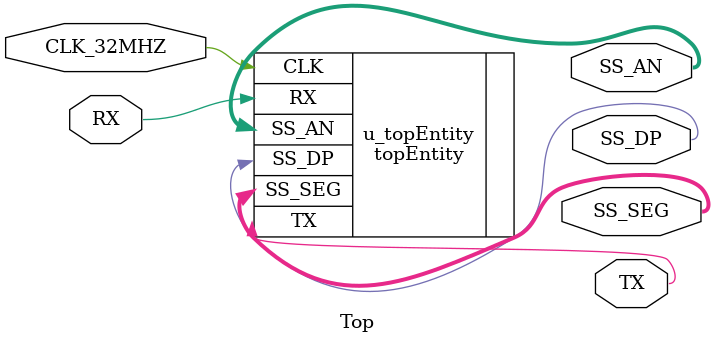
<source format=v>
module Top(
           input        CLK_32MHZ,
           input        RX,
           output       TX,
           output [3:0] SS_AN,
           output [6:0] SS_SEG,
           output       SS_DP
           );

   topEntity u_topEntity
     (.CLK(CLK_32MHZ),
      .RX(RX),
      .TX(TX),
      .SS_AN(SS_AN[3:0]),
      .SS_SEG(SS_SEG[6:0]),
      .SS_DP(SS_DP)
      );
   
endmodule

</source>
